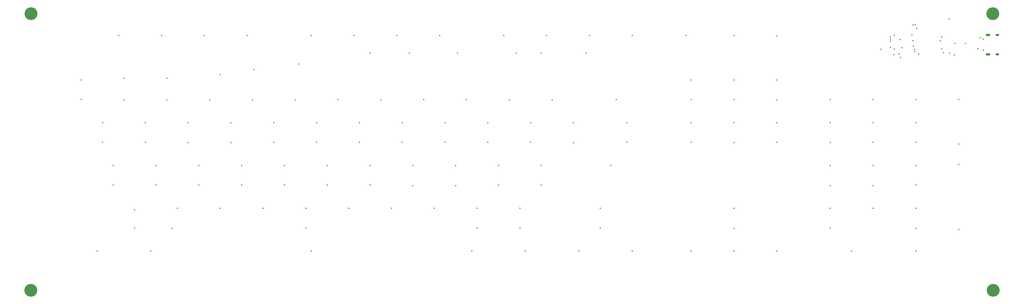
<source format=gbr>
%TF.GenerationSoftware,KiCad,Pcbnew,8.0.5*%
%TF.CreationDate,2025-06-07T17:07:02-07:00*%
%TF.ProjectId,Full Keyboard,46756c6c-204b-4657-9962-6f6172642e6b,2.0.0*%
%TF.SameCoordinates,Original*%
%TF.FileFunction,Copper,L2,Inr*%
%TF.FilePolarity,Positive*%
%FSLAX46Y46*%
G04 Gerber Fmt 4.6, Leading zero omitted, Abs format (unit mm)*
G04 Created by KiCad (PCBNEW 8.0.5) date 2025-06-07 17:07:02*
%MOMM*%
%LPD*%
G01*
G04 APERTURE LIST*
%TA.AperFunction,ComponentPad*%
%ADD10C,5.700000*%
%TD*%
%TA.AperFunction,ComponentPad*%
%ADD11O,1.600000X1.000000*%
%TD*%
%TA.AperFunction,ComponentPad*%
%ADD12O,2.100000X1.000000*%
%TD*%
%TA.AperFunction,ViaPad*%
%ADD13C,0.600000*%
%TD*%
G04 APERTURE END LIST*
D10*
%TO.N,N/C*%
%TO.C,REF\u002A\u002A*%
X530319946Y-221460029D03*
%TD*%
%TO.N,N/C*%
%TO.C,REF\u002A\u002A*%
X102219946Y-344760029D03*
%TD*%
%TO.N,N/C*%
%TO.C,REF\u002A\u002A*%
X102319946Y-221460029D03*
%TD*%
%TO.N,N/C*%
%TO.C,REF\u002A\u002A*%
X530519946Y-344760029D03*
%TD*%
D11*
%TO.N,GND*%
%TO.C,J1*%
X532369946Y-230940029D03*
D12*
X528189946Y-230940029D03*
D11*
X532369946Y-239580029D03*
D12*
X528189946Y-239580029D03*
%TD*%
D13*
%TO.N,GND*%
X511132441Y-239117530D03*
X495802452Y-226452529D03*
X523627445Y-237010034D03*
X495632442Y-238390031D03*
X484787446Y-232735028D03*
X513491298Y-234734152D03*
X508342449Y-238858780D03*
X489819946Y-236635029D03*
X524694946Y-232235029D03*
X513227449Y-239809780D03*
X494969946Y-235985029D03*
X489169946Y-232985029D03*
X494319946Y-230835029D03*
X484787444Y-231752530D03*
X495632443Y-237407530D03*
X484787446Y-236485032D03*
X489319946Y-241017529D03*
X510889954Y-223940031D03*
X484787446Y-233735028D03*
X494819948Y-226452528D03*
%TO.N,+3.3V*%
X486427444Y-237195029D03*
X507632449Y-237218780D03*
X488609946Y-239377529D03*
X507632449Y-231872534D03*
X497272444Y-239377529D03*
X486427445Y-231042529D03*
X496512449Y-228092521D03*
%TO.N,VBUS*%
X526049946Y-232810029D03*
X518094946Y-234735029D03*
X526049946Y-237710029D03*
%TO.N,Col20*%
X515150246Y-259745029D03*
X515150246Y-288574529D03*
X515150246Y-317685129D03*
X515150246Y-279587529D03*
%TO.N,Col1*%
X148460846Y-308954429D03*
X124649846Y-259745029D03*
X134174246Y-278793829D03*
X134174246Y-270063129D03*
X131793146Y-327209529D03*
X124649846Y-251014329D03*
X148460846Y-316891429D03*
X138936446Y-297842629D03*
X141317546Y-231171829D03*
X138936446Y-289111929D03*
%TO.N,Col13*%
X369903146Y-327209529D03*
X367522046Y-270063129D03*
X367522046Y-278793829D03*
X362759846Y-259745029D03*
%TO.N,Col2*%
X143698646Y-250220629D03*
X153223046Y-270063129D03*
X157985246Y-289111929D03*
X165128546Y-317147729D03*
X143698646Y-260001329D03*
X155604146Y-327209529D03*
X153223046Y-278793829D03*
X157985246Y-297842629D03*
X167509646Y-308160729D03*
X160366346Y-231171829D03*
%TO.N,Col8*%
X272278046Y-298098929D03*
X257991446Y-260001329D03*
X272278046Y-289111929D03*
X284183546Y-231171829D03*
X267515846Y-278793829D03*
X281802446Y-308160729D03*
X270690646Y-239108829D03*
X267515846Y-270063129D03*
%TO.N,Col10*%
X310375646Y-297842629D03*
X310375646Y-289111929D03*
X296089046Y-259745029D03*
X319900046Y-308160729D03*
X318312646Y-239108829D03*
X322281146Y-327209529D03*
X331805546Y-231171829D03*
X319900046Y-316891429D03*
X305613446Y-270063129D03*
X305613446Y-278793829D03*
%TO.N,Col11*%
X486169946Y-239660029D03*
X329424446Y-289111929D03*
X480619139Y-237259222D03*
X350854346Y-231171829D03*
X315137846Y-260001329D03*
X346092146Y-327209529D03*
X355616546Y-308160729D03*
X329424446Y-297842629D03*
X324662246Y-270063129D03*
X355616546Y-316891429D03*
X329424446Y-239108829D03*
X324662246Y-278793829D03*
%TO.N,Col9*%
X300851246Y-308160729D03*
X291326846Y-298098929D03*
X286564646Y-278793829D03*
X286564646Y-270063129D03*
X298470146Y-327209529D03*
X277040246Y-259745029D03*
X300851246Y-316891429D03*
X312756746Y-231171829D03*
X291326846Y-289111929D03*
X292120546Y-239108829D03*
%TO.N,Col6*%
X243704846Y-308160729D03*
X219893846Y-260001329D03*
X221481246Y-243871029D03*
X229418246Y-270063129D03*
X234180446Y-289111929D03*
X246085946Y-231171829D03*
X234180446Y-297842629D03*
X229418246Y-278793829D03*
%TO.N,Col3*%
X177034046Y-297842629D03*
X186558446Y-308160729D03*
X162747446Y-260001329D03*
X172271846Y-270063129D03*
X162747446Y-250220629D03*
X172271846Y-278987529D03*
X179415146Y-231171829D03*
X177034046Y-289111929D03*
%TO.N,/BOOT0*%
X506982449Y-233485029D03*
X494732446Y-233485029D03*
%TO.N,Col19*%
X496101446Y-270063129D03*
X496101446Y-259745029D03*
X496101446Y-308160729D03*
X496101446Y-297842629D03*
X496101446Y-317147729D03*
X496101446Y-278793829D03*
X496101446Y-289111929D03*
X496101446Y-327209529D03*
%TO.N,Col12*%
X334186646Y-260001329D03*
X369903146Y-231171829D03*
X343711046Y-270063129D03*
X343711046Y-278987529D03*
X360378746Y-289111929D03*
X349266946Y-239108829D03*
%TO.N,Col16*%
X434192846Y-327209529D03*
X434192846Y-260001329D03*
X434192846Y-231428129D03*
X434192846Y-251014329D03*
X434192846Y-278793829D03*
X434192846Y-270063129D03*
%TO.N,Col4*%
X196082846Y-289111929D03*
X191320646Y-278987529D03*
X205607246Y-308160729D03*
X198463946Y-231171829D03*
X186558446Y-248633229D03*
X191320646Y-270063129D03*
X196082846Y-297842629D03*
X181796246Y-260001329D03*
%TO.N,Col14*%
X393714146Y-231171829D03*
X396095246Y-251014329D03*
X396095246Y-278793829D03*
X396095246Y-270063129D03*
X396095246Y-327209529D03*
X396095246Y-259745029D03*
%TO.N,Col17*%
X458003846Y-308160729D03*
X458003846Y-289111929D03*
X458003846Y-298098929D03*
X458003846Y-316891429D03*
X458003846Y-270063129D03*
X458003846Y-278987529D03*
X467528246Y-327209529D03*
X458003846Y-259745029D03*
%TO.N,Col7*%
X262753646Y-308160729D03*
X238942646Y-259745029D03*
X253229246Y-239108829D03*
X265134746Y-231171829D03*
X248467046Y-278793829D03*
X253229246Y-297842629D03*
X248467046Y-270063129D03*
X253229246Y-289111929D03*
%TO.N,Col18*%
X477052646Y-289111929D03*
X477052646Y-270063129D03*
X477052646Y-308160729D03*
X477052646Y-298098929D03*
X477052646Y-278793829D03*
X477052646Y-259745029D03*
%TO.N,Col5*%
X200845046Y-260001329D03*
X227037146Y-327209529D03*
X210369446Y-270063129D03*
X215131646Y-297842629D03*
X215131646Y-289111929D03*
X224656046Y-308160729D03*
X210369446Y-278793829D03*
X224656046Y-316891429D03*
X201638746Y-246252129D03*
X227037146Y-231171829D03*
%TO.N,Col15*%
X415144046Y-270063129D03*
X415144046Y-259745029D03*
X415144046Y-317147729D03*
X415144046Y-251014329D03*
X415144046Y-231171829D03*
X415144046Y-327209529D03*
X415144046Y-278987529D03*
X415144046Y-308160729D03*
%TD*%
M02*

</source>
